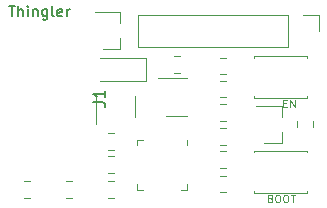
<source format=gbr>
G04 #@! TF.GenerationSoftware,KiCad,Pcbnew,(5.1.4-0-10_14)*
G04 #@! TF.CreationDate,2020-03-29T23:28:37+03:00*
G04 #@! TF.ProjectId,esp32-programmer,65737033-322d-4707-926f-6772616d6d65,rev?*
G04 #@! TF.SameCoordinates,Original*
G04 #@! TF.FileFunction,Legend,Top*
G04 #@! TF.FilePolarity,Positive*
%FSLAX46Y46*%
G04 Gerber Fmt 4.6, Leading zero omitted, Abs format (unit mm)*
G04 Created by KiCad (PCBNEW (5.1.4-0-10_14)) date 2020-03-29 23:28:37*
%MOMM*%
%LPD*%
G04 APERTURE LIST*
%ADD10C,0.150000*%
%ADD11C,0.120000*%
G04 APERTURE END LIST*
D10*
X54507142Y-93232142D02*
X55021428Y-93232142D01*
X54764285Y-94132142D02*
X54764285Y-93232142D01*
X55321428Y-94132142D02*
X55321428Y-93232142D01*
X55707142Y-94132142D02*
X55707142Y-93660714D01*
X55664285Y-93575000D01*
X55578571Y-93532142D01*
X55450000Y-93532142D01*
X55364285Y-93575000D01*
X55321428Y-93617857D01*
X56135714Y-94132142D02*
X56135714Y-93532142D01*
X56135714Y-93232142D02*
X56092857Y-93275000D01*
X56135714Y-93317857D01*
X56178571Y-93275000D01*
X56135714Y-93232142D01*
X56135714Y-93317857D01*
X56564285Y-93532142D02*
X56564285Y-94132142D01*
X56564285Y-93617857D02*
X56607142Y-93575000D01*
X56692857Y-93532142D01*
X56821428Y-93532142D01*
X56907142Y-93575000D01*
X56950000Y-93660714D01*
X56950000Y-94132142D01*
X57764285Y-93532142D02*
X57764285Y-94260714D01*
X57721428Y-94346428D01*
X57678571Y-94389285D01*
X57592857Y-94432142D01*
X57464285Y-94432142D01*
X57378571Y-94389285D01*
X57764285Y-94089285D02*
X57678571Y-94132142D01*
X57507142Y-94132142D01*
X57421428Y-94089285D01*
X57378571Y-94046428D01*
X57335714Y-93960714D01*
X57335714Y-93703571D01*
X57378571Y-93617857D01*
X57421428Y-93575000D01*
X57507142Y-93532142D01*
X57678571Y-93532142D01*
X57764285Y-93575000D01*
X58321428Y-94132142D02*
X58235714Y-94089285D01*
X58192857Y-94003571D01*
X58192857Y-93232142D01*
X59007142Y-94089285D02*
X58921428Y-94132142D01*
X58750000Y-94132142D01*
X58664285Y-94089285D01*
X58621428Y-94003571D01*
X58621428Y-93660714D01*
X58664285Y-93575000D01*
X58750000Y-93532142D01*
X58921428Y-93532142D01*
X59007142Y-93575000D01*
X59050000Y-93660714D01*
X59050000Y-93746428D01*
X58621428Y-93832142D01*
X59435714Y-94132142D02*
X59435714Y-93532142D01*
X59435714Y-93703571D02*
X59478571Y-93617857D01*
X59521428Y-93575000D01*
X59607142Y-93532142D01*
X59692857Y-93532142D01*
D11*
X77770238Y-101503571D02*
X77986904Y-101503571D01*
X78079761Y-101844047D02*
X77770238Y-101844047D01*
X77770238Y-101194047D01*
X78079761Y-101194047D01*
X78358333Y-101844047D02*
X78358333Y-101194047D01*
X78729761Y-101844047D01*
X78729761Y-101194047D01*
X76667857Y-109553571D02*
X76760714Y-109584523D01*
X76791666Y-109615476D01*
X76822619Y-109677380D01*
X76822619Y-109770238D01*
X76791666Y-109832142D01*
X76760714Y-109863095D01*
X76698809Y-109894047D01*
X76451190Y-109894047D01*
X76451190Y-109244047D01*
X76667857Y-109244047D01*
X76729761Y-109275000D01*
X76760714Y-109305952D01*
X76791666Y-109367857D01*
X76791666Y-109429761D01*
X76760714Y-109491666D01*
X76729761Y-109522619D01*
X76667857Y-109553571D01*
X76451190Y-109553571D01*
X77225000Y-109244047D02*
X77348809Y-109244047D01*
X77410714Y-109275000D01*
X77472619Y-109336904D01*
X77503571Y-109460714D01*
X77503571Y-109677380D01*
X77472619Y-109801190D01*
X77410714Y-109863095D01*
X77348809Y-109894047D01*
X77225000Y-109894047D01*
X77163095Y-109863095D01*
X77101190Y-109801190D01*
X77070238Y-109677380D01*
X77070238Y-109460714D01*
X77101190Y-109336904D01*
X77163095Y-109275000D01*
X77225000Y-109244047D01*
X77905952Y-109244047D02*
X78029761Y-109244047D01*
X78091666Y-109275000D01*
X78153571Y-109336904D01*
X78184523Y-109460714D01*
X78184523Y-109677380D01*
X78153571Y-109801190D01*
X78091666Y-109863095D01*
X78029761Y-109894047D01*
X77905952Y-109894047D01*
X77844047Y-109863095D01*
X77782142Y-109801190D01*
X77751190Y-109677380D01*
X77751190Y-109460714D01*
X77782142Y-109336904D01*
X77844047Y-109275000D01*
X77905952Y-109244047D01*
X78370238Y-109244047D02*
X78741666Y-109244047D01*
X78555952Y-109894047D02*
X78555952Y-109244047D01*
X59858578Y-109510000D02*
X59341422Y-109510000D01*
X59858578Y-108090000D02*
X59341422Y-108090000D01*
X69610000Y-108335000D02*
X69610000Y-108810000D01*
X69610000Y-108810000D02*
X69135000Y-108810000D01*
X65390000Y-105065000D02*
X65390000Y-104590000D01*
X65390000Y-104590000D02*
X65865000Y-104590000D01*
X65390000Y-108335000D02*
X65390000Y-108810000D01*
X65390000Y-108810000D02*
X65865000Y-108810000D01*
X69610000Y-105065000D02*
X69610000Y-104590000D01*
X55791422Y-108090000D02*
X56308578Y-108090000D01*
X55791422Y-109510000D02*
X56308578Y-109510000D01*
X66100000Y-99650000D02*
X66100000Y-97650000D01*
X66100000Y-97650000D02*
X62200000Y-97650000D01*
X66100000Y-99650000D02*
X62200000Y-99650000D01*
X62891422Y-108090000D02*
X63408578Y-108090000D01*
X62891422Y-109510000D02*
X63408578Y-109510000D01*
X72391422Y-105590000D02*
X72908578Y-105590000D01*
X72391422Y-107010000D02*
X72908578Y-107010000D01*
X67800000Y-102610000D02*
X69600000Y-102610000D01*
X69600000Y-99390000D02*
X67150000Y-99390000D01*
X65420000Y-94070000D02*
X65420000Y-96730000D01*
X78180000Y-94070000D02*
X65420000Y-94070000D01*
X78180000Y-96730000D02*
X65420000Y-96730000D01*
X78180000Y-94070000D02*
X78180000Y-96730000D01*
X79450000Y-94070000D02*
X80780000Y-94070000D01*
X80780000Y-94070000D02*
X80780000Y-95400000D01*
X65160000Y-102650000D02*
X65160000Y-100850000D01*
X61940000Y-100850000D02*
X61940000Y-103300000D01*
X63960000Y-96930000D02*
X63960000Y-96000000D01*
X63960000Y-93770000D02*
X63960000Y-94700000D01*
X63960000Y-93770000D02*
X61800000Y-93770000D01*
X63960000Y-96930000D02*
X62500000Y-96930000D01*
X77610000Y-104880000D02*
X76150000Y-104880000D01*
X77610000Y-101720000D02*
X75450000Y-101720000D01*
X77610000Y-101720000D02*
X77610000Y-102650000D01*
X77610000Y-104880000D02*
X77610000Y-103950000D01*
X79800000Y-97675000D02*
X79800000Y-97525000D01*
X79800000Y-97525000D02*
X75300000Y-97525000D01*
X75300000Y-97525000D02*
X75300000Y-97675000D01*
X79800000Y-101075000D02*
X75300000Y-101075000D01*
X75300000Y-100925000D02*
X75300000Y-101075000D01*
X79800000Y-101075000D02*
X79800000Y-100925000D01*
X75300000Y-105525000D02*
X75300000Y-105675000D01*
X79800000Y-105675000D02*
X79800000Y-105525000D01*
X75300000Y-105525000D02*
X79800000Y-105525000D01*
X79800000Y-109075000D02*
X79800000Y-108925000D01*
X75300000Y-109075000D02*
X79800000Y-109075000D01*
X75300000Y-108925000D02*
X75300000Y-109075000D01*
X80310000Y-103558578D02*
X80310000Y-103041422D01*
X78890000Y-103558578D02*
X78890000Y-103041422D01*
X68491422Y-97490000D02*
X69008578Y-97490000D01*
X68491422Y-98910000D02*
X69008578Y-98910000D01*
X72908578Y-101010000D02*
X72391422Y-101010000D01*
X72908578Y-99590000D02*
X72391422Y-99590000D01*
X63408578Y-107410000D02*
X62891422Y-107410000D01*
X63408578Y-105990000D02*
X62891422Y-105990000D01*
X72908578Y-109060000D02*
X72391422Y-109060000D01*
X72908578Y-107640000D02*
X72391422Y-107640000D01*
X72908578Y-101590000D02*
X72391422Y-101590000D01*
X72908578Y-103010000D02*
X72391422Y-103010000D01*
X72908578Y-103590000D02*
X72391422Y-103590000D01*
X72908578Y-105010000D02*
X72391422Y-105010000D01*
X72391422Y-97640000D02*
X72908578Y-97640000D01*
X72391422Y-99060000D02*
X72908578Y-99060000D01*
X62891422Y-104040000D02*
X63408578Y-104040000D01*
X62891422Y-105460000D02*
X63408578Y-105460000D01*
D10*
X61677380Y-101433333D02*
X62391666Y-101433333D01*
X62534523Y-101480952D01*
X62629761Y-101576190D01*
X62677380Y-101719047D01*
X62677380Y-101814285D01*
X62677380Y-100433333D02*
X62677380Y-101004761D01*
X62677380Y-100719047D02*
X61677380Y-100719047D01*
X61820238Y-100814285D01*
X61915476Y-100909523D01*
X61963095Y-101004761D01*
M02*

</source>
